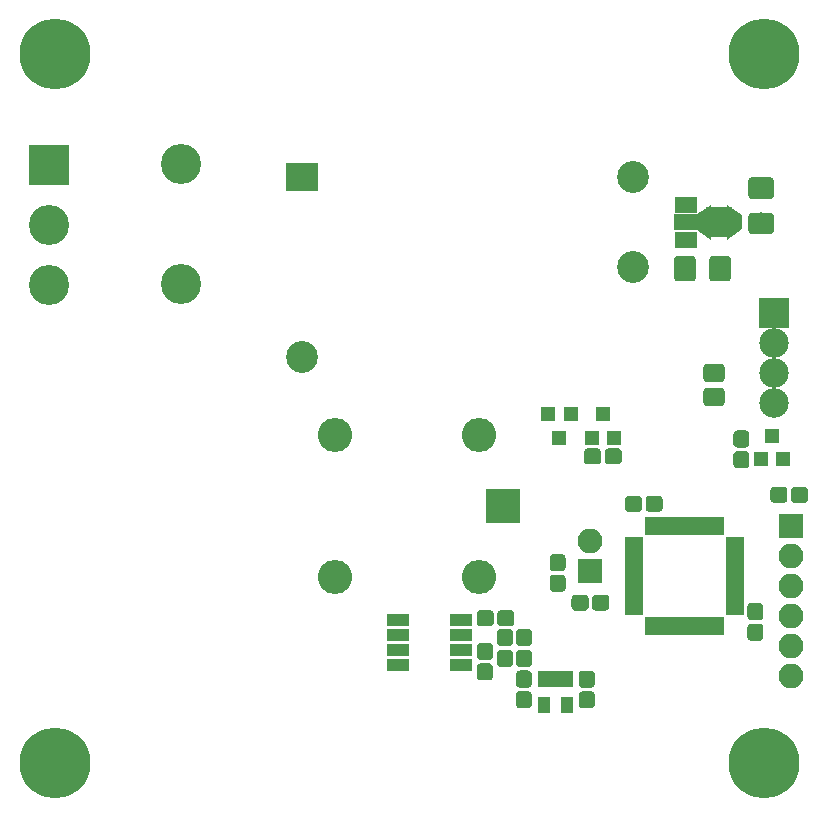
<source format=gts>
G04 #@! TF.GenerationSoftware,KiCad,Pcbnew,(5.0.0)*
G04 #@! TF.CreationDate,2019-01-27T17:49:07+01:00*
G04 #@! TF.ProjectId,HeaterControlIndication,486561746572436F6E74726F6C496E64,rev?*
G04 #@! TF.SameCoordinates,Original*
G04 #@! TF.FileFunction,Soldermask,Top*
G04 #@! TF.FilePolarity,Negative*
%FSLAX46Y46*%
G04 Gerber Fmt 4.6, Leading zero omitted, Abs format (unit mm)*
G04 Created by KiCad (PCBNEW (5.0.0)) date 01/27/19 17:49:07*
%MOMM*%
%LPD*%
G01*
G04 APERTURE LIST*
%ADD10C,0.100000*%
%ADD11C,1.825000*%
%ADD12C,1.350000*%
%ADD13R,1.200000X1.300000*%
%ADD14C,3.400000*%
%ADD15R,2.500000X2.500000*%
%ADD16C,2.500000*%
%ADD17R,3.400000X3.400000*%
%ADD18R,2.100000X2.100000*%
%ADD19O,2.100000X2.100000*%
%ADD20R,2.900000X2.900000*%
%ADD21O,2.900000X2.900000*%
%ADD22C,6.000000*%
%ADD23C,2.700000*%
%ADD24R,2.700000X2.400000*%
%ADD25C,1.550000*%
%ADD26C,1.250000*%
%ADD27R,1.900000X1.400000*%
%ADD28R,2.200000X1.400000*%
%ADD29R,2.240000X2.600000*%
%ADD30C,1.400000*%
%ADD31R,1.600000X1.000000*%
%ADD32R,1.000000X1.600000*%
%ADD33R,1.950000X1.000000*%
%ADD34R,1.050000X1.460000*%
G04 APERTURE END LIST*
D10*
G04 #@! TO.C,C1*
G36*
X180479207Y-73275842D02*
X180510287Y-73280452D01*
X180540766Y-73288087D01*
X180570350Y-73298672D01*
X180598754Y-73312106D01*
X180625704Y-73328259D01*
X180650942Y-73346977D01*
X180674223Y-73368077D01*
X180695323Y-73391358D01*
X180714041Y-73416596D01*
X180730194Y-73443546D01*
X180743628Y-73471950D01*
X180754213Y-73501534D01*
X180761848Y-73532013D01*
X180766458Y-73563093D01*
X180768000Y-73594476D01*
X180768000Y-74779124D01*
X180766458Y-74810507D01*
X180761848Y-74841587D01*
X180754213Y-74872066D01*
X180743628Y-74901650D01*
X180730194Y-74930054D01*
X180714041Y-74957004D01*
X180695323Y-74982242D01*
X180674223Y-75005523D01*
X180650942Y-75026623D01*
X180625704Y-75045341D01*
X180598754Y-75061494D01*
X180570350Y-75074928D01*
X180540766Y-75085513D01*
X180510287Y-75093148D01*
X180479207Y-75097758D01*
X180447824Y-75099300D01*
X178938176Y-75099300D01*
X178906793Y-75097758D01*
X178875713Y-75093148D01*
X178845234Y-75085513D01*
X178815650Y-75074928D01*
X178787246Y-75061494D01*
X178760296Y-75045341D01*
X178735058Y-75026623D01*
X178711777Y-75005523D01*
X178690677Y-74982242D01*
X178671959Y-74957004D01*
X178655806Y-74930054D01*
X178642372Y-74901650D01*
X178631787Y-74872066D01*
X178624152Y-74841587D01*
X178619542Y-74810507D01*
X178618000Y-74779124D01*
X178618000Y-73594476D01*
X178619542Y-73563093D01*
X178624152Y-73532013D01*
X178631787Y-73501534D01*
X178642372Y-73471950D01*
X178655806Y-73443546D01*
X178671959Y-73416596D01*
X178690677Y-73391358D01*
X178711777Y-73368077D01*
X178735058Y-73346977D01*
X178760296Y-73328259D01*
X178787246Y-73312106D01*
X178815650Y-73298672D01*
X178845234Y-73288087D01*
X178875713Y-73280452D01*
X178906793Y-73275842D01*
X178938176Y-73274300D01*
X180447824Y-73274300D01*
X180479207Y-73275842D01*
X180479207Y-73275842D01*
G37*
D11*
X179693000Y-74186800D03*
D10*
G36*
X180479207Y-76250842D02*
X180510287Y-76255452D01*
X180540766Y-76263087D01*
X180570350Y-76273672D01*
X180598754Y-76287106D01*
X180625704Y-76303259D01*
X180650942Y-76321977D01*
X180674223Y-76343077D01*
X180695323Y-76366358D01*
X180714041Y-76391596D01*
X180730194Y-76418546D01*
X180743628Y-76446950D01*
X180754213Y-76476534D01*
X180761848Y-76507013D01*
X180766458Y-76538093D01*
X180768000Y-76569476D01*
X180768000Y-77754124D01*
X180766458Y-77785507D01*
X180761848Y-77816587D01*
X180754213Y-77847066D01*
X180743628Y-77876650D01*
X180730194Y-77905054D01*
X180714041Y-77932004D01*
X180695323Y-77957242D01*
X180674223Y-77980523D01*
X180650942Y-78001623D01*
X180625704Y-78020341D01*
X180598754Y-78036494D01*
X180570350Y-78049928D01*
X180540766Y-78060513D01*
X180510287Y-78068148D01*
X180479207Y-78072758D01*
X180447824Y-78074300D01*
X178938176Y-78074300D01*
X178906793Y-78072758D01*
X178875713Y-78068148D01*
X178845234Y-78060513D01*
X178815650Y-78049928D01*
X178787246Y-78036494D01*
X178760296Y-78020341D01*
X178735058Y-78001623D01*
X178711777Y-77980523D01*
X178690677Y-77957242D01*
X178671959Y-77932004D01*
X178655806Y-77905054D01*
X178642372Y-77876650D01*
X178631787Y-77847066D01*
X178624152Y-77816587D01*
X178619542Y-77785507D01*
X178618000Y-77754124D01*
X178618000Y-76569476D01*
X178619542Y-76538093D01*
X178624152Y-76507013D01*
X178631787Y-76476534D01*
X178642372Y-76446950D01*
X178655806Y-76418546D01*
X178671959Y-76391596D01*
X178690677Y-76366358D01*
X178711777Y-76343077D01*
X178735058Y-76321977D01*
X178760296Y-76303259D01*
X178787246Y-76287106D01*
X178815650Y-76273672D01*
X178845234Y-76263087D01*
X178875713Y-76255452D01*
X178906793Y-76250842D01*
X178938176Y-76249300D01*
X180447824Y-76249300D01*
X180479207Y-76250842D01*
X180479207Y-76250842D01*
G37*
D11*
X179693000Y-77161800D03*
G04 #@! TD*
D10*
G04 #@! TO.C,C2*
G36*
X173876207Y-79934842D02*
X173907287Y-79939452D01*
X173937766Y-79947087D01*
X173967350Y-79957672D01*
X173995754Y-79971106D01*
X174022704Y-79987259D01*
X174047942Y-80005977D01*
X174071223Y-80027077D01*
X174092323Y-80050358D01*
X174111041Y-80075596D01*
X174127194Y-80102546D01*
X174140628Y-80130950D01*
X174151213Y-80160534D01*
X174158848Y-80191013D01*
X174163458Y-80222093D01*
X174165000Y-80253476D01*
X174165000Y-81763124D01*
X174163458Y-81794507D01*
X174158848Y-81825587D01*
X174151213Y-81856066D01*
X174140628Y-81885650D01*
X174127194Y-81914054D01*
X174111041Y-81941004D01*
X174092323Y-81966242D01*
X174071223Y-81989523D01*
X174047942Y-82010623D01*
X174022704Y-82029341D01*
X173995754Y-82045494D01*
X173967350Y-82058928D01*
X173937766Y-82069513D01*
X173907287Y-82077148D01*
X173876207Y-82081758D01*
X173844824Y-82083300D01*
X172660176Y-82083300D01*
X172628793Y-82081758D01*
X172597713Y-82077148D01*
X172567234Y-82069513D01*
X172537650Y-82058928D01*
X172509246Y-82045494D01*
X172482296Y-82029341D01*
X172457058Y-82010623D01*
X172433777Y-81989523D01*
X172412677Y-81966242D01*
X172393959Y-81941004D01*
X172377806Y-81914054D01*
X172364372Y-81885650D01*
X172353787Y-81856066D01*
X172346152Y-81825587D01*
X172341542Y-81794507D01*
X172340000Y-81763124D01*
X172340000Y-80253476D01*
X172341542Y-80222093D01*
X172346152Y-80191013D01*
X172353787Y-80160534D01*
X172364372Y-80130950D01*
X172377806Y-80102546D01*
X172393959Y-80075596D01*
X172412677Y-80050358D01*
X172433777Y-80027077D01*
X172457058Y-80005977D01*
X172482296Y-79987259D01*
X172509246Y-79971106D01*
X172537650Y-79957672D01*
X172567234Y-79947087D01*
X172597713Y-79939452D01*
X172628793Y-79934842D01*
X172660176Y-79933300D01*
X173844824Y-79933300D01*
X173876207Y-79934842D01*
X173876207Y-79934842D01*
G37*
D11*
X173252500Y-81008300D03*
D10*
G36*
X176851207Y-79934842D02*
X176882287Y-79939452D01*
X176912766Y-79947087D01*
X176942350Y-79957672D01*
X176970754Y-79971106D01*
X176997704Y-79987259D01*
X177022942Y-80005977D01*
X177046223Y-80027077D01*
X177067323Y-80050358D01*
X177086041Y-80075596D01*
X177102194Y-80102546D01*
X177115628Y-80130950D01*
X177126213Y-80160534D01*
X177133848Y-80191013D01*
X177138458Y-80222093D01*
X177140000Y-80253476D01*
X177140000Y-81763124D01*
X177138458Y-81794507D01*
X177133848Y-81825587D01*
X177126213Y-81856066D01*
X177115628Y-81885650D01*
X177102194Y-81914054D01*
X177086041Y-81941004D01*
X177067323Y-81966242D01*
X177046223Y-81989523D01*
X177022942Y-82010623D01*
X176997704Y-82029341D01*
X176970754Y-82045494D01*
X176942350Y-82058928D01*
X176912766Y-82069513D01*
X176882287Y-82077148D01*
X176851207Y-82081758D01*
X176819824Y-82083300D01*
X175635176Y-82083300D01*
X175603793Y-82081758D01*
X175572713Y-82077148D01*
X175542234Y-82069513D01*
X175512650Y-82058928D01*
X175484246Y-82045494D01*
X175457296Y-82029341D01*
X175432058Y-82010623D01*
X175408777Y-81989523D01*
X175387677Y-81966242D01*
X175368959Y-81941004D01*
X175352806Y-81914054D01*
X175339372Y-81885650D01*
X175328787Y-81856066D01*
X175321152Y-81825587D01*
X175316542Y-81794507D01*
X175315000Y-81763124D01*
X175315000Y-80253476D01*
X175316542Y-80222093D01*
X175321152Y-80191013D01*
X175328787Y-80160534D01*
X175339372Y-80130950D01*
X175352806Y-80102546D01*
X175368959Y-80075596D01*
X175387677Y-80050358D01*
X175408777Y-80027077D01*
X175432058Y-80005977D01*
X175457296Y-79987259D01*
X175484246Y-79971106D01*
X175512650Y-79957672D01*
X175542234Y-79947087D01*
X175572713Y-79939452D01*
X175603793Y-79934842D01*
X175635176Y-79933300D01*
X176819824Y-79933300D01*
X176851207Y-79934842D01*
X176851207Y-79934842D01*
G37*
D11*
X176227500Y-81008300D03*
G04 #@! TD*
D10*
G04 #@! TO.C,C3*
G36*
X165308681Y-116784725D02*
X165341443Y-116789585D01*
X165373571Y-116797633D01*
X165404756Y-116808791D01*
X165434696Y-116822952D01*
X165463105Y-116839979D01*
X165489708Y-116859709D01*
X165514249Y-116881951D01*
X165536491Y-116906492D01*
X165556221Y-116933095D01*
X165573248Y-116961504D01*
X165587409Y-116991444D01*
X165598567Y-117022629D01*
X165606615Y-117054757D01*
X165611475Y-117087519D01*
X165613100Y-117120600D01*
X165613100Y-117895600D01*
X165611475Y-117928681D01*
X165606615Y-117961443D01*
X165598567Y-117993571D01*
X165587409Y-118024756D01*
X165573248Y-118054696D01*
X165556221Y-118083105D01*
X165536491Y-118109708D01*
X165514249Y-118134249D01*
X165489708Y-118156491D01*
X165463105Y-118176221D01*
X165434696Y-118193248D01*
X165404756Y-118207409D01*
X165373571Y-118218567D01*
X165341443Y-118226615D01*
X165308681Y-118231475D01*
X165275600Y-118233100D01*
X164600600Y-118233100D01*
X164567519Y-118231475D01*
X164534757Y-118226615D01*
X164502629Y-118218567D01*
X164471444Y-118207409D01*
X164441504Y-118193248D01*
X164413095Y-118176221D01*
X164386492Y-118156491D01*
X164361951Y-118134249D01*
X164339709Y-118109708D01*
X164319979Y-118083105D01*
X164302952Y-118054696D01*
X164288791Y-118024756D01*
X164277633Y-117993571D01*
X164269585Y-117961443D01*
X164264725Y-117928681D01*
X164263100Y-117895600D01*
X164263100Y-117120600D01*
X164264725Y-117087519D01*
X164269585Y-117054757D01*
X164277633Y-117022629D01*
X164288791Y-116991444D01*
X164302952Y-116961504D01*
X164319979Y-116933095D01*
X164339709Y-116906492D01*
X164361951Y-116881951D01*
X164386492Y-116859709D01*
X164413095Y-116839979D01*
X164441504Y-116822952D01*
X164471444Y-116808791D01*
X164502629Y-116797633D01*
X164534757Y-116789585D01*
X164567519Y-116784725D01*
X164600600Y-116783100D01*
X165275600Y-116783100D01*
X165308681Y-116784725D01*
X165308681Y-116784725D01*
G37*
D12*
X164938100Y-117508100D03*
D10*
G36*
X165308681Y-115034725D02*
X165341443Y-115039585D01*
X165373571Y-115047633D01*
X165404756Y-115058791D01*
X165434696Y-115072952D01*
X165463105Y-115089979D01*
X165489708Y-115109709D01*
X165514249Y-115131951D01*
X165536491Y-115156492D01*
X165556221Y-115183095D01*
X165573248Y-115211504D01*
X165587409Y-115241444D01*
X165598567Y-115272629D01*
X165606615Y-115304757D01*
X165611475Y-115337519D01*
X165613100Y-115370600D01*
X165613100Y-116145600D01*
X165611475Y-116178681D01*
X165606615Y-116211443D01*
X165598567Y-116243571D01*
X165587409Y-116274756D01*
X165573248Y-116304696D01*
X165556221Y-116333105D01*
X165536491Y-116359708D01*
X165514249Y-116384249D01*
X165489708Y-116406491D01*
X165463105Y-116426221D01*
X165434696Y-116443248D01*
X165404756Y-116457409D01*
X165373571Y-116468567D01*
X165341443Y-116476615D01*
X165308681Y-116481475D01*
X165275600Y-116483100D01*
X164600600Y-116483100D01*
X164567519Y-116481475D01*
X164534757Y-116476615D01*
X164502629Y-116468567D01*
X164471444Y-116457409D01*
X164441504Y-116443248D01*
X164413095Y-116426221D01*
X164386492Y-116406491D01*
X164361951Y-116384249D01*
X164339709Y-116359708D01*
X164319979Y-116333105D01*
X164302952Y-116304696D01*
X164288791Y-116274756D01*
X164277633Y-116243571D01*
X164269585Y-116211443D01*
X164264725Y-116178681D01*
X164263100Y-116145600D01*
X164263100Y-115370600D01*
X164264725Y-115337519D01*
X164269585Y-115304757D01*
X164277633Y-115272629D01*
X164288791Y-115241444D01*
X164302952Y-115211504D01*
X164319979Y-115183095D01*
X164339709Y-115156492D01*
X164361951Y-115131951D01*
X164386492Y-115109709D01*
X164413095Y-115089979D01*
X164441504Y-115072952D01*
X164471444Y-115058791D01*
X164502629Y-115047633D01*
X164534757Y-115039585D01*
X164567519Y-115034725D01*
X164600600Y-115033100D01*
X165275600Y-115033100D01*
X165308681Y-115034725D01*
X165308681Y-115034725D01*
G37*
D12*
X164938100Y-115758100D03*
G04 #@! TD*
D10*
G04 #@! TO.C,C4*
G36*
X169307141Y-100234585D02*
X169339903Y-100239445D01*
X169372031Y-100247493D01*
X169403216Y-100258651D01*
X169433156Y-100272812D01*
X169461565Y-100289839D01*
X169488168Y-100309569D01*
X169512709Y-100331811D01*
X169534951Y-100356352D01*
X169554681Y-100382955D01*
X169571708Y-100411364D01*
X169585869Y-100441304D01*
X169597027Y-100472489D01*
X169605075Y-100504617D01*
X169609935Y-100537379D01*
X169611560Y-100570460D01*
X169611560Y-101245460D01*
X169609935Y-101278541D01*
X169605075Y-101311303D01*
X169597027Y-101343431D01*
X169585869Y-101374616D01*
X169571708Y-101404556D01*
X169554681Y-101432965D01*
X169534951Y-101459568D01*
X169512709Y-101484109D01*
X169488168Y-101506351D01*
X169461565Y-101526081D01*
X169433156Y-101543108D01*
X169403216Y-101557269D01*
X169372031Y-101568427D01*
X169339903Y-101576475D01*
X169307141Y-101581335D01*
X169274060Y-101582960D01*
X168499060Y-101582960D01*
X168465979Y-101581335D01*
X168433217Y-101576475D01*
X168401089Y-101568427D01*
X168369904Y-101557269D01*
X168339964Y-101543108D01*
X168311555Y-101526081D01*
X168284952Y-101506351D01*
X168260411Y-101484109D01*
X168238169Y-101459568D01*
X168218439Y-101432965D01*
X168201412Y-101404556D01*
X168187251Y-101374616D01*
X168176093Y-101343431D01*
X168168045Y-101311303D01*
X168163185Y-101278541D01*
X168161560Y-101245460D01*
X168161560Y-100570460D01*
X168163185Y-100537379D01*
X168168045Y-100504617D01*
X168176093Y-100472489D01*
X168187251Y-100441304D01*
X168201412Y-100411364D01*
X168218439Y-100382955D01*
X168238169Y-100356352D01*
X168260411Y-100331811D01*
X168284952Y-100309569D01*
X168311555Y-100289839D01*
X168339964Y-100272812D01*
X168369904Y-100258651D01*
X168401089Y-100247493D01*
X168433217Y-100239445D01*
X168465979Y-100234585D01*
X168499060Y-100232960D01*
X169274060Y-100232960D01*
X169307141Y-100234585D01*
X169307141Y-100234585D01*
G37*
D12*
X168886560Y-100907960D03*
D10*
G36*
X171057141Y-100234585D02*
X171089903Y-100239445D01*
X171122031Y-100247493D01*
X171153216Y-100258651D01*
X171183156Y-100272812D01*
X171211565Y-100289839D01*
X171238168Y-100309569D01*
X171262709Y-100331811D01*
X171284951Y-100356352D01*
X171304681Y-100382955D01*
X171321708Y-100411364D01*
X171335869Y-100441304D01*
X171347027Y-100472489D01*
X171355075Y-100504617D01*
X171359935Y-100537379D01*
X171361560Y-100570460D01*
X171361560Y-101245460D01*
X171359935Y-101278541D01*
X171355075Y-101311303D01*
X171347027Y-101343431D01*
X171335869Y-101374616D01*
X171321708Y-101404556D01*
X171304681Y-101432965D01*
X171284951Y-101459568D01*
X171262709Y-101484109D01*
X171238168Y-101506351D01*
X171211565Y-101526081D01*
X171183156Y-101543108D01*
X171153216Y-101557269D01*
X171122031Y-101568427D01*
X171089903Y-101576475D01*
X171057141Y-101581335D01*
X171024060Y-101582960D01*
X170249060Y-101582960D01*
X170215979Y-101581335D01*
X170183217Y-101576475D01*
X170151089Y-101568427D01*
X170119904Y-101557269D01*
X170089964Y-101543108D01*
X170061555Y-101526081D01*
X170034952Y-101506351D01*
X170010411Y-101484109D01*
X169988169Y-101459568D01*
X169968439Y-101432965D01*
X169951412Y-101404556D01*
X169937251Y-101374616D01*
X169926093Y-101343431D01*
X169918045Y-101311303D01*
X169913185Y-101278541D01*
X169911560Y-101245460D01*
X169911560Y-100570460D01*
X169913185Y-100537379D01*
X169918045Y-100504617D01*
X169926093Y-100472489D01*
X169937251Y-100441304D01*
X169951412Y-100411364D01*
X169968439Y-100382955D01*
X169988169Y-100356352D01*
X170010411Y-100331811D01*
X170034952Y-100309569D01*
X170061555Y-100289839D01*
X170089964Y-100272812D01*
X170119904Y-100258651D01*
X170151089Y-100247493D01*
X170183217Y-100239445D01*
X170215979Y-100234585D01*
X170249060Y-100232960D01*
X171024060Y-100232960D01*
X171057141Y-100234585D01*
X171057141Y-100234585D01*
G37*
D12*
X170636560Y-100907960D03*
G04 #@! TD*
D10*
G04 #@! TO.C,C5*
G36*
X164789781Y-108606425D02*
X164822543Y-108611285D01*
X164854671Y-108619333D01*
X164885856Y-108630491D01*
X164915796Y-108644652D01*
X164944205Y-108661679D01*
X164970808Y-108681409D01*
X164995349Y-108703651D01*
X165017591Y-108728192D01*
X165037321Y-108754795D01*
X165054348Y-108783204D01*
X165068509Y-108813144D01*
X165079667Y-108844329D01*
X165087715Y-108876457D01*
X165092575Y-108909219D01*
X165094200Y-108942300D01*
X165094200Y-109617300D01*
X165092575Y-109650381D01*
X165087715Y-109683143D01*
X165079667Y-109715271D01*
X165068509Y-109746456D01*
X165054348Y-109776396D01*
X165037321Y-109804805D01*
X165017591Y-109831408D01*
X164995349Y-109855949D01*
X164970808Y-109878191D01*
X164944205Y-109897921D01*
X164915796Y-109914948D01*
X164885856Y-109929109D01*
X164854671Y-109940267D01*
X164822543Y-109948315D01*
X164789781Y-109953175D01*
X164756700Y-109954800D01*
X163981700Y-109954800D01*
X163948619Y-109953175D01*
X163915857Y-109948315D01*
X163883729Y-109940267D01*
X163852544Y-109929109D01*
X163822604Y-109914948D01*
X163794195Y-109897921D01*
X163767592Y-109878191D01*
X163743051Y-109855949D01*
X163720809Y-109831408D01*
X163701079Y-109804805D01*
X163684052Y-109776396D01*
X163669891Y-109746456D01*
X163658733Y-109715271D01*
X163650685Y-109683143D01*
X163645825Y-109650381D01*
X163644200Y-109617300D01*
X163644200Y-108942300D01*
X163645825Y-108909219D01*
X163650685Y-108876457D01*
X163658733Y-108844329D01*
X163669891Y-108813144D01*
X163684052Y-108783204D01*
X163701079Y-108754795D01*
X163720809Y-108728192D01*
X163743051Y-108703651D01*
X163767592Y-108681409D01*
X163794195Y-108661679D01*
X163822604Y-108644652D01*
X163852544Y-108630491D01*
X163883729Y-108619333D01*
X163915857Y-108611285D01*
X163948619Y-108606425D01*
X163981700Y-108604800D01*
X164756700Y-108604800D01*
X164789781Y-108606425D01*
X164789781Y-108606425D01*
G37*
D12*
X164369200Y-109279800D03*
D10*
G36*
X166539781Y-108606425D02*
X166572543Y-108611285D01*
X166604671Y-108619333D01*
X166635856Y-108630491D01*
X166665796Y-108644652D01*
X166694205Y-108661679D01*
X166720808Y-108681409D01*
X166745349Y-108703651D01*
X166767591Y-108728192D01*
X166787321Y-108754795D01*
X166804348Y-108783204D01*
X166818509Y-108813144D01*
X166829667Y-108844329D01*
X166837715Y-108876457D01*
X166842575Y-108909219D01*
X166844200Y-108942300D01*
X166844200Y-109617300D01*
X166842575Y-109650381D01*
X166837715Y-109683143D01*
X166829667Y-109715271D01*
X166818509Y-109746456D01*
X166804348Y-109776396D01*
X166787321Y-109804805D01*
X166767591Y-109831408D01*
X166745349Y-109855949D01*
X166720808Y-109878191D01*
X166694205Y-109897921D01*
X166665796Y-109914948D01*
X166635856Y-109929109D01*
X166604671Y-109940267D01*
X166572543Y-109948315D01*
X166539781Y-109953175D01*
X166506700Y-109954800D01*
X165731700Y-109954800D01*
X165698619Y-109953175D01*
X165665857Y-109948315D01*
X165633729Y-109940267D01*
X165602544Y-109929109D01*
X165572604Y-109914948D01*
X165544195Y-109897921D01*
X165517592Y-109878191D01*
X165493051Y-109855949D01*
X165470809Y-109831408D01*
X165451079Y-109804805D01*
X165434052Y-109776396D01*
X165419891Y-109746456D01*
X165408733Y-109715271D01*
X165400685Y-109683143D01*
X165395825Y-109650381D01*
X165394200Y-109617300D01*
X165394200Y-108942300D01*
X165395825Y-108909219D01*
X165400685Y-108876457D01*
X165408733Y-108844329D01*
X165419891Y-108813144D01*
X165434052Y-108783204D01*
X165451079Y-108754795D01*
X165470809Y-108728192D01*
X165493051Y-108703651D01*
X165517592Y-108681409D01*
X165544195Y-108661679D01*
X165572604Y-108644652D01*
X165602544Y-108630491D01*
X165633729Y-108619333D01*
X165665857Y-108611285D01*
X165698619Y-108606425D01*
X165731700Y-108604800D01*
X166506700Y-108604800D01*
X166539781Y-108606425D01*
X166539781Y-108606425D01*
G37*
D12*
X166119200Y-109279800D03*
G04 #@! TD*
D10*
G04 #@! TO.C,C6*
G36*
X158509581Y-109925925D02*
X158542343Y-109930785D01*
X158574471Y-109938833D01*
X158605656Y-109949991D01*
X158635596Y-109964152D01*
X158664005Y-109981179D01*
X158690608Y-110000909D01*
X158715149Y-110023151D01*
X158737391Y-110047692D01*
X158757121Y-110074295D01*
X158774148Y-110102704D01*
X158788309Y-110132644D01*
X158799467Y-110163829D01*
X158807515Y-110195957D01*
X158812375Y-110228719D01*
X158814000Y-110261800D01*
X158814000Y-110936800D01*
X158812375Y-110969881D01*
X158807515Y-111002643D01*
X158799467Y-111034771D01*
X158788309Y-111065956D01*
X158774148Y-111095896D01*
X158757121Y-111124305D01*
X158737391Y-111150908D01*
X158715149Y-111175449D01*
X158690608Y-111197691D01*
X158664005Y-111217421D01*
X158635596Y-111234448D01*
X158605656Y-111248609D01*
X158574471Y-111259767D01*
X158542343Y-111267815D01*
X158509581Y-111272675D01*
X158476500Y-111274300D01*
X157701500Y-111274300D01*
X157668419Y-111272675D01*
X157635657Y-111267815D01*
X157603529Y-111259767D01*
X157572344Y-111248609D01*
X157542404Y-111234448D01*
X157513995Y-111217421D01*
X157487392Y-111197691D01*
X157462851Y-111175449D01*
X157440609Y-111150908D01*
X157420879Y-111124305D01*
X157403852Y-111095896D01*
X157389691Y-111065956D01*
X157378533Y-111034771D01*
X157370485Y-111002643D01*
X157365625Y-110969881D01*
X157364000Y-110936800D01*
X157364000Y-110261800D01*
X157365625Y-110228719D01*
X157370485Y-110195957D01*
X157378533Y-110163829D01*
X157389691Y-110132644D01*
X157403852Y-110102704D01*
X157420879Y-110074295D01*
X157440609Y-110047692D01*
X157462851Y-110023151D01*
X157487392Y-110000909D01*
X157513995Y-109981179D01*
X157542404Y-109964152D01*
X157572344Y-109949991D01*
X157603529Y-109938833D01*
X157635657Y-109930785D01*
X157668419Y-109925925D01*
X157701500Y-109924300D01*
X158476500Y-109924300D01*
X158509581Y-109925925D01*
X158509581Y-109925925D01*
G37*
D12*
X158089000Y-110599300D03*
D10*
G36*
X156759581Y-109925925D02*
X156792343Y-109930785D01*
X156824471Y-109938833D01*
X156855656Y-109949991D01*
X156885596Y-109964152D01*
X156914005Y-109981179D01*
X156940608Y-110000909D01*
X156965149Y-110023151D01*
X156987391Y-110047692D01*
X157007121Y-110074295D01*
X157024148Y-110102704D01*
X157038309Y-110132644D01*
X157049467Y-110163829D01*
X157057515Y-110195957D01*
X157062375Y-110228719D01*
X157064000Y-110261800D01*
X157064000Y-110936800D01*
X157062375Y-110969881D01*
X157057515Y-111002643D01*
X157049467Y-111034771D01*
X157038309Y-111065956D01*
X157024148Y-111095896D01*
X157007121Y-111124305D01*
X156987391Y-111150908D01*
X156965149Y-111175449D01*
X156940608Y-111197691D01*
X156914005Y-111217421D01*
X156885596Y-111234448D01*
X156855656Y-111248609D01*
X156824471Y-111259767D01*
X156792343Y-111267815D01*
X156759581Y-111272675D01*
X156726500Y-111274300D01*
X155951500Y-111274300D01*
X155918419Y-111272675D01*
X155885657Y-111267815D01*
X155853529Y-111259767D01*
X155822344Y-111248609D01*
X155792404Y-111234448D01*
X155763995Y-111217421D01*
X155737392Y-111197691D01*
X155712851Y-111175449D01*
X155690609Y-111150908D01*
X155670879Y-111124305D01*
X155653852Y-111095896D01*
X155639691Y-111065956D01*
X155628533Y-111034771D01*
X155620485Y-111002643D01*
X155615625Y-110969881D01*
X155614000Y-110936800D01*
X155614000Y-110261800D01*
X155615625Y-110228719D01*
X155620485Y-110195957D01*
X155628533Y-110163829D01*
X155639691Y-110132644D01*
X155653852Y-110102704D01*
X155670879Y-110074295D01*
X155690609Y-110047692D01*
X155712851Y-110023151D01*
X155737392Y-110000909D01*
X155763995Y-109981179D01*
X155792404Y-109964152D01*
X155822344Y-109949991D01*
X155853529Y-109938833D01*
X155885657Y-109930785D01*
X155918419Y-109925925D01*
X155951500Y-109924300D01*
X156726500Y-109924300D01*
X156759581Y-109925925D01*
X156759581Y-109925925D01*
G37*
D12*
X156339000Y-110599300D03*
G04 #@! TD*
D10*
G04 #@! TO.C,C7*
G36*
X181621061Y-99467505D02*
X181653823Y-99472365D01*
X181685951Y-99480413D01*
X181717136Y-99491571D01*
X181747076Y-99505732D01*
X181775485Y-99522759D01*
X181802088Y-99542489D01*
X181826629Y-99564731D01*
X181848871Y-99589272D01*
X181868601Y-99615875D01*
X181885628Y-99644284D01*
X181899789Y-99674224D01*
X181910947Y-99705409D01*
X181918995Y-99737537D01*
X181923855Y-99770299D01*
X181925480Y-99803380D01*
X181925480Y-100478380D01*
X181923855Y-100511461D01*
X181918995Y-100544223D01*
X181910947Y-100576351D01*
X181899789Y-100607536D01*
X181885628Y-100637476D01*
X181868601Y-100665885D01*
X181848871Y-100692488D01*
X181826629Y-100717029D01*
X181802088Y-100739271D01*
X181775485Y-100759001D01*
X181747076Y-100776028D01*
X181717136Y-100790189D01*
X181685951Y-100801347D01*
X181653823Y-100809395D01*
X181621061Y-100814255D01*
X181587980Y-100815880D01*
X180812980Y-100815880D01*
X180779899Y-100814255D01*
X180747137Y-100809395D01*
X180715009Y-100801347D01*
X180683824Y-100790189D01*
X180653884Y-100776028D01*
X180625475Y-100759001D01*
X180598872Y-100739271D01*
X180574331Y-100717029D01*
X180552089Y-100692488D01*
X180532359Y-100665885D01*
X180515332Y-100637476D01*
X180501171Y-100607536D01*
X180490013Y-100576351D01*
X180481965Y-100544223D01*
X180477105Y-100511461D01*
X180475480Y-100478380D01*
X180475480Y-99803380D01*
X180477105Y-99770299D01*
X180481965Y-99737537D01*
X180490013Y-99705409D01*
X180501171Y-99674224D01*
X180515332Y-99644284D01*
X180532359Y-99615875D01*
X180552089Y-99589272D01*
X180574331Y-99564731D01*
X180598872Y-99542489D01*
X180625475Y-99522759D01*
X180653884Y-99505732D01*
X180683824Y-99491571D01*
X180715009Y-99480413D01*
X180747137Y-99472365D01*
X180779899Y-99467505D01*
X180812980Y-99465880D01*
X181587980Y-99465880D01*
X181621061Y-99467505D01*
X181621061Y-99467505D01*
G37*
D12*
X181200480Y-100140880D03*
D10*
G36*
X183371061Y-99467505D02*
X183403823Y-99472365D01*
X183435951Y-99480413D01*
X183467136Y-99491571D01*
X183497076Y-99505732D01*
X183525485Y-99522759D01*
X183552088Y-99542489D01*
X183576629Y-99564731D01*
X183598871Y-99589272D01*
X183618601Y-99615875D01*
X183635628Y-99644284D01*
X183649789Y-99674224D01*
X183660947Y-99705409D01*
X183668995Y-99737537D01*
X183673855Y-99770299D01*
X183675480Y-99803380D01*
X183675480Y-100478380D01*
X183673855Y-100511461D01*
X183668995Y-100544223D01*
X183660947Y-100576351D01*
X183649789Y-100607536D01*
X183635628Y-100637476D01*
X183618601Y-100665885D01*
X183598871Y-100692488D01*
X183576629Y-100717029D01*
X183552088Y-100739271D01*
X183525485Y-100759001D01*
X183497076Y-100776028D01*
X183467136Y-100790189D01*
X183435951Y-100801347D01*
X183403823Y-100809395D01*
X183371061Y-100814255D01*
X183337980Y-100815880D01*
X182562980Y-100815880D01*
X182529899Y-100814255D01*
X182497137Y-100809395D01*
X182465009Y-100801347D01*
X182433824Y-100790189D01*
X182403884Y-100776028D01*
X182375475Y-100759001D01*
X182348872Y-100739271D01*
X182324331Y-100717029D01*
X182302089Y-100692488D01*
X182282359Y-100665885D01*
X182265332Y-100637476D01*
X182251171Y-100607536D01*
X182240013Y-100576351D01*
X182231965Y-100544223D01*
X182227105Y-100511461D01*
X182225480Y-100478380D01*
X182225480Y-99803380D01*
X182227105Y-99770299D01*
X182231965Y-99737537D01*
X182240013Y-99705409D01*
X182251171Y-99674224D01*
X182265332Y-99644284D01*
X182282359Y-99615875D01*
X182302089Y-99589272D01*
X182324331Y-99564731D01*
X182348872Y-99542489D01*
X182375475Y-99522759D01*
X182403884Y-99505732D01*
X182433824Y-99491571D01*
X182465009Y-99480413D01*
X182497137Y-99472365D01*
X182529899Y-99467505D01*
X182562980Y-99465880D01*
X183337980Y-99465880D01*
X183371061Y-99467505D01*
X183371061Y-99467505D01*
G37*
D12*
X182950480Y-100140880D03*
G04 #@! TD*
D10*
G04 #@! TO.C,C8*
G36*
X179580941Y-111057025D02*
X179613703Y-111061885D01*
X179645831Y-111069933D01*
X179677016Y-111081091D01*
X179706956Y-111095252D01*
X179735365Y-111112279D01*
X179761968Y-111132009D01*
X179786509Y-111154251D01*
X179808751Y-111178792D01*
X179828481Y-111205395D01*
X179845508Y-111233804D01*
X179859669Y-111263744D01*
X179870827Y-111294929D01*
X179878875Y-111327057D01*
X179883735Y-111359819D01*
X179885360Y-111392900D01*
X179885360Y-112167900D01*
X179883735Y-112200981D01*
X179878875Y-112233743D01*
X179870827Y-112265871D01*
X179859669Y-112297056D01*
X179845508Y-112326996D01*
X179828481Y-112355405D01*
X179808751Y-112382008D01*
X179786509Y-112406549D01*
X179761968Y-112428791D01*
X179735365Y-112448521D01*
X179706956Y-112465548D01*
X179677016Y-112479709D01*
X179645831Y-112490867D01*
X179613703Y-112498915D01*
X179580941Y-112503775D01*
X179547860Y-112505400D01*
X178872860Y-112505400D01*
X178839779Y-112503775D01*
X178807017Y-112498915D01*
X178774889Y-112490867D01*
X178743704Y-112479709D01*
X178713764Y-112465548D01*
X178685355Y-112448521D01*
X178658752Y-112428791D01*
X178634211Y-112406549D01*
X178611969Y-112382008D01*
X178592239Y-112355405D01*
X178575212Y-112326996D01*
X178561051Y-112297056D01*
X178549893Y-112265871D01*
X178541845Y-112233743D01*
X178536985Y-112200981D01*
X178535360Y-112167900D01*
X178535360Y-111392900D01*
X178536985Y-111359819D01*
X178541845Y-111327057D01*
X178549893Y-111294929D01*
X178561051Y-111263744D01*
X178575212Y-111233804D01*
X178592239Y-111205395D01*
X178611969Y-111178792D01*
X178634211Y-111154251D01*
X178658752Y-111132009D01*
X178685355Y-111112279D01*
X178713764Y-111095252D01*
X178743704Y-111081091D01*
X178774889Y-111069933D01*
X178807017Y-111061885D01*
X178839779Y-111057025D01*
X178872860Y-111055400D01*
X179547860Y-111055400D01*
X179580941Y-111057025D01*
X179580941Y-111057025D01*
G37*
D12*
X179210360Y-111780400D03*
D10*
G36*
X179580941Y-109307025D02*
X179613703Y-109311885D01*
X179645831Y-109319933D01*
X179677016Y-109331091D01*
X179706956Y-109345252D01*
X179735365Y-109362279D01*
X179761968Y-109382009D01*
X179786509Y-109404251D01*
X179808751Y-109428792D01*
X179828481Y-109455395D01*
X179845508Y-109483804D01*
X179859669Y-109513744D01*
X179870827Y-109544929D01*
X179878875Y-109577057D01*
X179883735Y-109609819D01*
X179885360Y-109642900D01*
X179885360Y-110417900D01*
X179883735Y-110450981D01*
X179878875Y-110483743D01*
X179870827Y-110515871D01*
X179859669Y-110547056D01*
X179845508Y-110576996D01*
X179828481Y-110605405D01*
X179808751Y-110632008D01*
X179786509Y-110656549D01*
X179761968Y-110678791D01*
X179735365Y-110698521D01*
X179706956Y-110715548D01*
X179677016Y-110729709D01*
X179645831Y-110740867D01*
X179613703Y-110748915D01*
X179580941Y-110753775D01*
X179547860Y-110755400D01*
X178872860Y-110755400D01*
X178839779Y-110753775D01*
X178807017Y-110748915D01*
X178774889Y-110740867D01*
X178743704Y-110729709D01*
X178713764Y-110715548D01*
X178685355Y-110698521D01*
X178658752Y-110678791D01*
X178634211Y-110656549D01*
X178611969Y-110632008D01*
X178592239Y-110605405D01*
X178575212Y-110576996D01*
X178561051Y-110547056D01*
X178549893Y-110515871D01*
X178541845Y-110483743D01*
X178536985Y-110450981D01*
X178535360Y-110417900D01*
X178535360Y-109642900D01*
X178536985Y-109609819D01*
X178541845Y-109577057D01*
X178549893Y-109544929D01*
X178561051Y-109513744D01*
X178575212Y-109483804D01*
X178592239Y-109455395D01*
X178611969Y-109428792D01*
X178634211Y-109404251D01*
X178658752Y-109382009D01*
X178685355Y-109362279D01*
X178713764Y-109345252D01*
X178743704Y-109331091D01*
X178774889Y-109319933D01*
X178807017Y-109311885D01*
X178839779Y-109307025D01*
X178872860Y-109305400D01*
X179547860Y-109305400D01*
X179580941Y-109307025D01*
X179580941Y-109307025D01*
G37*
D12*
X179210360Y-110030400D03*
G04 #@! TD*
D10*
G04 #@! TO.C,C9*
G36*
X156685381Y-114421225D02*
X156718143Y-114426085D01*
X156750271Y-114434133D01*
X156781456Y-114445291D01*
X156811396Y-114459452D01*
X156839805Y-114476479D01*
X156866408Y-114496209D01*
X156890949Y-114518451D01*
X156913191Y-114542992D01*
X156932921Y-114569595D01*
X156949948Y-114598004D01*
X156964109Y-114627944D01*
X156975267Y-114659129D01*
X156983315Y-114691257D01*
X156988175Y-114724019D01*
X156989800Y-114757100D01*
X156989800Y-115532100D01*
X156988175Y-115565181D01*
X156983315Y-115597943D01*
X156975267Y-115630071D01*
X156964109Y-115661256D01*
X156949948Y-115691196D01*
X156932921Y-115719605D01*
X156913191Y-115746208D01*
X156890949Y-115770749D01*
X156866408Y-115792991D01*
X156839805Y-115812721D01*
X156811396Y-115829748D01*
X156781456Y-115843909D01*
X156750271Y-115855067D01*
X156718143Y-115863115D01*
X156685381Y-115867975D01*
X156652300Y-115869600D01*
X155977300Y-115869600D01*
X155944219Y-115867975D01*
X155911457Y-115863115D01*
X155879329Y-115855067D01*
X155848144Y-115843909D01*
X155818204Y-115829748D01*
X155789795Y-115812721D01*
X155763192Y-115792991D01*
X155738651Y-115770749D01*
X155716409Y-115746208D01*
X155696679Y-115719605D01*
X155679652Y-115691196D01*
X155665491Y-115661256D01*
X155654333Y-115630071D01*
X155646285Y-115597943D01*
X155641425Y-115565181D01*
X155639800Y-115532100D01*
X155639800Y-114757100D01*
X155641425Y-114724019D01*
X155646285Y-114691257D01*
X155654333Y-114659129D01*
X155665491Y-114627944D01*
X155679652Y-114598004D01*
X155696679Y-114569595D01*
X155716409Y-114542992D01*
X155738651Y-114518451D01*
X155763192Y-114496209D01*
X155789795Y-114476479D01*
X155818204Y-114459452D01*
X155848144Y-114445291D01*
X155879329Y-114434133D01*
X155911457Y-114426085D01*
X155944219Y-114421225D01*
X155977300Y-114419600D01*
X156652300Y-114419600D01*
X156685381Y-114421225D01*
X156685381Y-114421225D01*
G37*
D12*
X156314800Y-115144600D03*
D10*
G36*
X156685381Y-112671225D02*
X156718143Y-112676085D01*
X156750271Y-112684133D01*
X156781456Y-112695291D01*
X156811396Y-112709452D01*
X156839805Y-112726479D01*
X156866408Y-112746209D01*
X156890949Y-112768451D01*
X156913191Y-112792992D01*
X156932921Y-112819595D01*
X156949948Y-112848004D01*
X156964109Y-112877944D01*
X156975267Y-112909129D01*
X156983315Y-112941257D01*
X156988175Y-112974019D01*
X156989800Y-113007100D01*
X156989800Y-113782100D01*
X156988175Y-113815181D01*
X156983315Y-113847943D01*
X156975267Y-113880071D01*
X156964109Y-113911256D01*
X156949948Y-113941196D01*
X156932921Y-113969605D01*
X156913191Y-113996208D01*
X156890949Y-114020749D01*
X156866408Y-114042991D01*
X156839805Y-114062721D01*
X156811396Y-114079748D01*
X156781456Y-114093909D01*
X156750271Y-114105067D01*
X156718143Y-114113115D01*
X156685381Y-114117975D01*
X156652300Y-114119600D01*
X155977300Y-114119600D01*
X155944219Y-114117975D01*
X155911457Y-114113115D01*
X155879329Y-114105067D01*
X155848144Y-114093909D01*
X155818204Y-114079748D01*
X155789795Y-114062721D01*
X155763192Y-114042991D01*
X155738651Y-114020749D01*
X155716409Y-113996208D01*
X155696679Y-113969605D01*
X155679652Y-113941196D01*
X155665491Y-113911256D01*
X155654333Y-113880071D01*
X155646285Y-113847943D01*
X155641425Y-113815181D01*
X155639800Y-113782100D01*
X155639800Y-113007100D01*
X155641425Y-112974019D01*
X155646285Y-112941257D01*
X155654333Y-112909129D01*
X155665491Y-112877944D01*
X155679652Y-112848004D01*
X155696679Y-112819595D01*
X155716409Y-112792992D01*
X155738651Y-112768451D01*
X155763192Y-112746209D01*
X155789795Y-112726479D01*
X155818204Y-112709452D01*
X155848144Y-112695291D01*
X155879329Y-112684133D01*
X155911457Y-112676085D01*
X155944219Y-112671225D01*
X155977300Y-112669600D01*
X156652300Y-112669600D01*
X156685381Y-112671225D01*
X156685381Y-112671225D01*
G37*
D12*
X156314800Y-113394600D03*
G04 #@! TD*
D10*
G04 #@! TO.C,C10*
G36*
X159987381Y-116772025D02*
X160020143Y-116776885D01*
X160052271Y-116784933D01*
X160083456Y-116796091D01*
X160113396Y-116810252D01*
X160141805Y-116827279D01*
X160168408Y-116847009D01*
X160192949Y-116869251D01*
X160215191Y-116893792D01*
X160234921Y-116920395D01*
X160251948Y-116948804D01*
X160266109Y-116978744D01*
X160277267Y-117009929D01*
X160285315Y-117042057D01*
X160290175Y-117074819D01*
X160291800Y-117107900D01*
X160291800Y-117882900D01*
X160290175Y-117915981D01*
X160285315Y-117948743D01*
X160277267Y-117980871D01*
X160266109Y-118012056D01*
X160251948Y-118041996D01*
X160234921Y-118070405D01*
X160215191Y-118097008D01*
X160192949Y-118121549D01*
X160168408Y-118143791D01*
X160141805Y-118163521D01*
X160113396Y-118180548D01*
X160083456Y-118194709D01*
X160052271Y-118205867D01*
X160020143Y-118213915D01*
X159987381Y-118218775D01*
X159954300Y-118220400D01*
X159279300Y-118220400D01*
X159246219Y-118218775D01*
X159213457Y-118213915D01*
X159181329Y-118205867D01*
X159150144Y-118194709D01*
X159120204Y-118180548D01*
X159091795Y-118163521D01*
X159065192Y-118143791D01*
X159040651Y-118121549D01*
X159018409Y-118097008D01*
X158998679Y-118070405D01*
X158981652Y-118041996D01*
X158967491Y-118012056D01*
X158956333Y-117980871D01*
X158948285Y-117948743D01*
X158943425Y-117915981D01*
X158941800Y-117882900D01*
X158941800Y-117107900D01*
X158943425Y-117074819D01*
X158948285Y-117042057D01*
X158956333Y-117009929D01*
X158967491Y-116978744D01*
X158981652Y-116948804D01*
X158998679Y-116920395D01*
X159018409Y-116893792D01*
X159040651Y-116869251D01*
X159065192Y-116847009D01*
X159091795Y-116827279D01*
X159120204Y-116810252D01*
X159150144Y-116796091D01*
X159181329Y-116784933D01*
X159213457Y-116776885D01*
X159246219Y-116772025D01*
X159279300Y-116770400D01*
X159954300Y-116770400D01*
X159987381Y-116772025D01*
X159987381Y-116772025D01*
G37*
D12*
X159616800Y-117495400D03*
D10*
G36*
X159987381Y-115022025D02*
X160020143Y-115026885D01*
X160052271Y-115034933D01*
X160083456Y-115046091D01*
X160113396Y-115060252D01*
X160141805Y-115077279D01*
X160168408Y-115097009D01*
X160192949Y-115119251D01*
X160215191Y-115143792D01*
X160234921Y-115170395D01*
X160251948Y-115198804D01*
X160266109Y-115228744D01*
X160277267Y-115259929D01*
X160285315Y-115292057D01*
X160290175Y-115324819D01*
X160291800Y-115357900D01*
X160291800Y-116132900D01*
X160290175Y-116165981D01*
X160285315Y-116198743D01*
X160277267Y-116230871D01*
X160266109Y-116262056D01*
X160251948Y-116291996D01*
X160234921Y-116320405D01*
X160215191Y-116347008D01*
X160192949Y-116371549D01*
X160168408Y-116393791D01*
X160141805Y-116413521D01*
X160113396Y-116430548D01*
X160083456Y-116444709D01*
X160052271Y-116455867D01*
X160020143Y-116463915D01*
X159987381Y-116468775D01*
X159954300Y-116470400D01*
X159279300Y-116470400D01*
X159246219Y-116468775D01*
X159213457Y-116463915D01*
X159181329Y-116455867D01*
X159150144Y-116444709D01*
X159120204Y-116430548D01*
X159091795Y-116413521D01*
X159065192Y-116393791D01*
X159040651Y-116371549D01*
X159018409Y-116347008D01*
X158998679Y-116320405D01*
X158981652Y-116291996D01*
X158967491Y-116262056D01*
X158956333Y-116230871D01*
X158948285Y-116198743D01*
X158943425Y-116165981D01*
X158941800Y-116132900D01*
X158941800Y-115357900D01*
X158943425Y-115324819D01*
X158948285Y-115292057D01*
X158956333Y-115259929D01*
X158967491Y-115228744D01*
X158981652Y-115198804D01*
X158998679Y-115170395D01*
X159018409Y-115143792D01*
X159040651Y-115119251D01*
X159065192Y-115097009D01*
X159091795Y-115077279D01*
X159120204Y-115060252D01*
X159150144Y-115046091D01*
X159181329Y-115034933D01*
X159213457Y-115026885D01*
X159246219Y-115022025D01*
X159279300Y-115020400D01*
X159954300Y-115020400D01*
X159987381Y-115022025D01*
X159987381Y-115022025D01*
G37*
D12*
X159616800Y-115745400D03*
G04 #@! TD*
D13*
G04 #@! TO.C,D1*
X162624200Y-95305200D03*
X161674200Y-93305200D03*
X163574200Y-93305200D03*
G04 #@! TD*
D14*
G04 #@! TO.C,F1*
X130544000Y-82278300D03*
X130544000Y-72118300D03*
G04 #@! TD*
D15*
G04 #@! TO.C,J1*
X180762621Y-84732219D03*
D16*
X180762621Y-87272219D03*
X180762621Y-89812219D03*
X180762621Y-92352219D03*
G04 #@! TD*
D17*
G04 #@! TO.C,J2*
X119383200Y-72259300D03*
D14*
X119383200Y-77339300D03*
X119383200Y-82419300D03*
G04 #@! TD*
D18*
G04 #@! TO.C,J3*
X165199720Y-106587400D03*
D19*
X165199720Y-104047400D03*
G04 #@! TD*
D18*
G04 #@! TO.C,J4*
X182253280Y-102828200D03*
D19*
X182253280Y-105368200D03*
X182253280Y-107908200D03*
X182253280Y-110448200D03*
X182253280Y-112988200D03*
X182253280Y-115528200D03*
G04 #@! TD*
D20*
G04 #@! TO.C,K1*
X157849000Y-101074300D03*
D21*
X155849000Y-95074300D03*
X143649000Y-95074300D03*
X143649000Y-107074300D03*
X155849000Y-107074300D03*
G04 #@! TD*
D22*
G04 #@! TO.C,MH1*
X179928100Y-122862800D03*
G04 #@! TD*
G04 #@! TO.C,MH2*
X119928100Y-62862800D03*
G04 #@! TD*
G04 #@! TO.C,MH3*
X119928100Y-122862800D03*
G04 #@! TD*
G04 #@! TO.C,MH4*
X179928100Y-62862800D03*
G04 #@! TD*
D23*
G04 #@! TO.C,PS1*
X168831000Y-73261300D03*
D24*
X140831000Y-73261300D03*
D23*
X140831000Y-88461300D03*
X168831000Y-80861300D03*
G04 #@! TD*
D13*
G04 #@! TO.C,Q1*
X179685300Y-97148000D03*
X181585300Y-97148000D03*
X180635300Y-95148000D03*
G04 #@! TD*
G04 #@! TO.C,Q2*
X165357200Y-95305200D03*
X167257200Y-95305200D03*
X166307200Y-93305200D03*
G04 #@! TD*
D10*
G04 #@! TO.C,R1*
G36*
X176303771Y-89050023D02*
X176336481Y-89054875D01*
X176368557Y-89062909D01*
X176399691Y-89074049D01*
X176429584Y-89088187D01*
X176457947Y-89105187D01*
X176484507Y-89124885D01*
X176509008Y-89147092D01*
X176531215Y-89171593D01*
X176550913Y-89198153D01*
X176567913Y-89226516D01*
X176582051Y-89256409D01*
X176593191Y-89287543D01*
X176601225Y-89319619D01*
X176606077Y-89352329D01*
X176607700Y-89385356D01*
X176607700Y-90261444D01*
X176606077Y-90294471D01*
X176601225Y-90327181D01*
X176593191Y-90359257D01*
X176582051Y-90390391D01*
X176567913Y-90420284D01*
X176550913Y-90448647D01*
X176531215Y-90475207D01*
X176509008Y-90499708D01*
X176484507Y-90521915D01*
X176457947Y-90541613D01*
X176429584Y-90558613D01*
X176399691Y-90572751D01*
X176368557Y-90583891D01*
X176336481Y-90591925D01*
X176303771Y-90596777D01*
X176270744Y-90598400D01*
X175144656Y-90598400D01*
X175111629Y-90596777D01*
X175078919Y-90591925D01*
X175046843Y-90583891D01*
X175015709Y-90572751D01*
X174985816Y-90558613D01*
X174957453Y-90541613D01*
X174930893Y-90521915D01*
X174906392Y-90499708D01*
X174884185Y-90475207D01*
X174864487Y-90448647D01*
X174847487Y-90420284D01*
X174833349Y-90390391D01*
X174822209Y-90359257D01*
X174814175Y-90327181D01*
X174809323Y-90294471D01*
X174807700Y-90261444D01*
X174807700Y-89385356D01*
X174809323Y-89352329D01*
X174814175Y-89319619D01*
X174822209Y-89287543D01*
X174833349Y-89256409D01*
X174847487Y-89226516D01*
X174864487Y-89198153D01*
X174884185Y-89171593D01*
X174906392Y-89147092D01*
X174930893Y-89124885D01*
X174957453Y-89105187D01*
X174985816Y-89088187D01*
X175015709Y-89074049D01*
X175046843Y-89062909D01*
X175078919Y-89054875D01*
X175111629Y-89050023D01*
X175144656Y-89048400D01*
X176270744Y-89048400D01*
X176303771Y-89050023D01*
X176303771Y-89050023D01*
G37*
D25*
X175707700Y-89823400D03*
D10*
G36*
X176303771Y-91100023D02*
X176336481Y-91104875D01*
X176368557Y-91112909D01*
X176399691Y-91124049D01*
X176429584Y-91138187D01*
X176457947Y-91155187D01*
X176484507Y-91174885D01*
X176509008Y-91197092D01*
X176531215Y-91221593D01*
X176550913Y-91248153D01*
X176567913Y-91276516D01*
X176582051Y-91306409D01*
X176593191Y-91337543D01*
X176601225Y-91369619D01*
X176606077Y-91402329D01*
X176607700Y-91435356D01*
X176607700Y-92311444D01*
X176606077Y-92344471D01*
X176601225Y-92377181D01*
X176593191Y-92409257D01*
X176582051Y-92440391D01*
X176567913Y-92470284D01*
X176550913Y-92498647D01*
X176531215Y-92525207D01*
X176509008Y-92549708D01*
X176484507Y-92571915D01*
X176457947Y-92591613D01*
X176429584Y-92608613D01*
X176399691Y-92622751D01*
X176368557Y-92633891D01*
X176336481Y-92641925D01*
X176303771Y-92646777D01*
X176270744Y-92648400D01*
X175144656Y-92648400D01*
X175111629Y-92646777D01*
X175078919Y-92641925D01*
X175046843Y-92633891D01*
X175015709Y-92622751D01*
X174985816Y-92608613D01*
X174957453Y-92591613D01*
X174930893Y-92571915D01*
X174906392Y-92549708D01*
X174884185Y-92525207D01*
X174864487Y-92498647D01*
X174847487Y-92470284D01*
X174833349Y-92440391D01*
X174822209Y-92409257D01*
X174814175Y-92377181D01*
X174809323Y-92344471D01*
X174807700Y-92311444D01*
X174807700Y-91435356D01*
X174809323Y-91402329D01*
X174814175Y-91369619D01*
X174822209Y-91337543D01*
X174833349Y-91306409D01*
X174847487Y-91276516D01*
X174864487Y-91248153D01*
X174884185Y-91221593D01*
X174906392Y-91197092D01*
X174930893Y-91174885D01*
X174957453Y-91155187D01*
X174985816Y-91138187D01*
X175015709Y-91124049D01*
X175046843Y-91112909D01*
X175078919Y-91104875D01*
X175111629Y-91100023D01*
X175144656Y-91098400D01*
X176270744Y-91098400D01*
X176303771Y-91100023D01*
X176303771Y-91100023D01*
G37*
D25*
X175707700Y-91873400D03*
G04 #@! TD*
D10*
G04 #@! TO.C,R2*
G36*
X178392221Y-94696945D02*
X178424983Y-94701805D01*
X178457111Y-94709853D01*
X178488296Y-94721011D01*
X178518236Y-94735172D01*
X178546645Y-94752199D01*
X178573248Y-94771929D01*
X178597789Y-94794171D01*
X178620031Y-94818712D01*
X178639761Y-94845315D01*
X178656788Y-94873724D01*
X178670949Y-94903664D01*
X178682107Y-94934849D01*
X178690155Y-94966977D01*
X178695015Y-94999739D01*
X178696640Y-95032820D01*
X178696640Y-95807820D01*
X178695015Y-95840901D01*
X178690155Y-95873663D01*
X178682107Y-95905791D01*
X178670949Y-95936976D01*
X178656788Y-95966916D01*
X178639761Y-95995325D01*
X178620031Y-96021928D01*
X178597789Y-96046469D01*
X178573248Y-96068711D01*
X178546645Y-96088441D01*
X178518236Y-96105468D01*
X178488296Y-96119629D01*
X178457111Y-96130787D01*
X178424983Y-96138835D01*
X178392221Y-96143695D01*
X178359140Y-96145320D01*
X177684140Y-96145320D01*
X177651059Y-96143695D01*
X177618297Y-96138835D01*
X177586169Y-96130787D01*
X177554984Y-96119629D01*
X177525044Y-96105468D01*
X177496635Y-96088441D01*
X177470032Y-96068711D01*
X177445491Y-96046469D01*
X177423249Y-96021928D01*
X177403519Y-95995325D01*
X177386492Y-95966916D01*
X177372331Y-95936976D01*
X177361173Y-95905791D01*
X177353125Y-95873663D01*
X177348265Y-95840901D01*
X177346640Y-95807820D01*
X177346640Y-95032820D01*
X177348265Y-94999739D01*
X177353125Y-94966977D01*
X177361173Y-94934849D01*
X177372331Y-94903664D01*
X177386492Y-94873724D01*
X177403519Y-94845315D01*
X177423249Y-94818712D01*
X177445491Y-94794171D01*
X177470032Y-94771929D01*
X177496635Y-94752199D01*
X177525044Y-94735172D01*
X177554984Y-94721011D01*
X177586169Y-94709853D01*
X177618297Y-94701805D01*
X177651059Y-94696945D01*
X177684140Y-94695320D01*
X178359140Y-94695320D01*
X178392221Y-94696945D01*
X178392221Y-94696945D01*
G37*
D12*
X178021640Y-95420320D03*
D10*
G36*
X178392221Y-96446945D02*
X178424983Y-96451805D01*
X178457111Y-96459853D01*
X178488296Y-96471011D01*
X178518236Y-96485172D01*
X178546645Y-96502199D01*
X178573248Y-96521929D01*
X178597789Y-96544171D01*
X178620031Y-96568712D01*
X178639761Y-96595315D01*
X178656788Y-96623724D01*
X178670949Y-96653664D01*
X178682107Y-96684849D01*
X178690155Y-96716977D01*
X178695015Y-96749739D01*
X178696640Y-96782820D01*
X178696640Y-97557820D01*
X178695015Y-97590901D01*
X178690155Y-97623663D01*
X178682107Y-97655791D01*
X178670949Y-97686976D01*
X178656788Y-97716916D01*
X178639761Y-97745325D01*
X178620031Y-97771928D01*
X178597789Y-97796469D01*
X178573248Y-97818711D01*
X178546645Y-97838441D01*
X178518236Y-97855468D01*
X178488296Y-97869629D01*
X178457111Y-97880787D01*
X178424983Y-97888835D01*
X178392221Y-97893695D01*
X178359140Y-97895320D01*
X177684140Y-97895320D01*
X177651059Y-97893695D01*
X177618297Y-97888835D01*
X177586169Y-97880787D01*
X177554984Y-97869629D01*
X177525044Y-97855468D01*
X177496635Y-97838441D01*
X177470032Y-97818711D01*
X177445491Y-97796469D01*
X177423249Y-97771928D01*
X177403519Y-97745325D01*
X177386492Y-97716916D01*
X177372331Y-97686976D01*
X177361173Y-97655791D01*
X177353125Y-97623663D01*
X177348265Y-97590901D01*
X177346640Y-97557820D01*
X177346640Y-96782820D01*
X177348265Y-96749739D01*
X177353125Y-96716977D01*
X177361173Y-96684849D01*
X177372331Y-96653664D01*
X177386492Y-96623724D01*
X177403519Y-96595315D01*
X177423249Y-96568712D01*
X177445491Y-96544171D01*
X177470032Y-96521929D01*
X177496635Y-96502199D01*
X177525044Y-96485172D01*
X177554984Y-96471011D01*
X177586169Y-96459853D01*
X177618297Y-96451805D01*
X177651059Y-96446945D01*
X177684140Y-96445320D01*
X178359140Y-96445320D01*
X178392221Y-96446945D01*
X178392221Y-96446945D01*
G37*
D12*
X178021640Y-97170320D03*
G04 #@! TD*
D10*
G04 #@! TO.C,R3*
G36*
X162837261Y-105162985D02*
X162870023Y-105167845D01*
X162902151Y-105175893D01*
X162933336Y-105187051D01*
X162963276Y-105201212D01*
X162991685Y-105218239D01*
X163018288Y-105237969D01*
X163042829Y-105260211D01*
X163065071Y-105284752D01*
X163084801Y-105311355D01*
X163101828Y-105339764D01*
X163115989Y-105369704D01*
X163127147Y-105400889D01*
X163135195Y-105433017D01*
X163140055Y-105465779D01*
X163141680Y-105498860D01*
X163141680Y-106273860D01*
X163140055Y-106306941D01*
X163135195Y-106339703D01*
X163127147Y-106371831D01*
X163115989Y-106403016D01*
X163101828Y-106432956D01*
X163084801Y-106461365D01*
X163065071Y-106487968D01*
X163042829Y-106512509D01*
X163018288Y-106534751D01*
X162991685Y-106554481D01*
X162963276Y-106571508D01*
X162933336Y-106585669D01*
X162902151Y-106596827D01*
X162870023Y-106604875D01*
X162837261Y-106609735D01*
X162804180Y-106611360D01*
X162129180Y-106611360D01*
X162096099Y-106609735D01*
X162063337Y-106604875D01*
X162031209Y-106596827D01*
X162000024Y-106585669D01*
X161970084Y-106571508D01*
X161941675Y-106554481D01*
X161915072Y-106534751D01*
X161890531Y-106512509D01*
X161868289Y-106487968D01*
X161848559Y-106461365D01*
X161831532Y-106432956D01*
X161817371Y-106403016D01*
X161806213Y-106371831D01*
X161798165Y-106339703D01*
X161793305Y-106306941D01*
X161791680Y-106273860D01*
X161791680Y-105498860D01*
X161793305Y-105465779D01*
X161798165Y-105433017D01*
X161806213Y-105400889D01*
X161817371Y-105369704D01*
X161831532Y-105339764D01*
X161848559Y-105311355D01*
X161868289Y-105284752D01*
X161890531Y-105260211D01*
X161915072Y-105237969D01*
X161941675Y-105218239D01*
X161970084Y-105201212D01*
X162000024Y-105187051D01*
X162031209Y-105175893D01*
X162063337Y-105167845D01*
X162096099Y-105162985D01*
X162129180Y-105161360D01*
X162804180Y-105161360D01*
X162837261Y-105162985D01*
X162837261Y-105162985D01*
G37*
D12*
X162466680Y-105886360D03*
D10*
G36*
X162837261Y-106912985D02*
X162870023Y-106917845D01*
X162902151Y-106925893D01*
X162933336Y-106937051D01*
X162963276Y-106951212D01*
X162991685Y-106968239D01*
X163018288Y-106987969D01*
X163042829Y-107010211D01*
X163065071Y-107034752D01*
X163084801Y-107061355D01*
X163101828Y-107089764D01*
X163115989Y-107119704D01*
X163127147Y-107150889D01*
X163135195Y-107183017D01*
X163140055Y-107215779D01*
X163141680Y-107248860D01*
X163141680Y-108023860D01*
X163140055Y-108056941D01*
X163135195Y-108089703D01*
X163127147Y-108121831D01*
X163115989Y-108153016D01*
X163101828Y-108182956D01*
X163084801Y-108211365D01*
X163065071Y-108237968D01*
X163042829Y-108262509D01*
X163018288Y-108284751D01*
X162991685Y-108304481D01*
X162963276Y-108321508D01*
X162933336Y-108335669D01*
X162902151Y-108346827D01*
X162870023Y-108354875D01*
X162837261Y-108359735D01*
X162804180Y-108361360D01*
X162129180Y-108361360D01*
X162096099Y-108359735D01*
X162063337Y-108354875D01*
X162031209Y-108346827D01*
X162000024Y-108335669D01*
X161970084Y-108321508D01*
X161941675Y-108304481D01*
X161915072Y-108284751D01*
X161890531Y-108262509D01*
X161868289Y-108237968D01*
X161848559Y-108211365D01*
X161831532Y-108182956D01*
X161817371Y-108153016D01*
X161806213Y-108121831D01*
X161798165Y-108089703D01*
X161793305Y-108056941D01*
X161791680Y-108023860D01*
X161791680Y-107248860D01*
X161793305Y-107215779D01*
X161798165Y-107183017D01*
X161806213Y-107150889D01*
X161817371Y-107119704D01*
X161831532Y-107089764D01*
X161848559Y-107061355D01*
X161868289Y-107034752D01*
X161890531Y-107010211D01*
X161915072Y-106987969D01*
X161941675Y-106968239D01*
X161970084Y-106951212D01*
X162000024Y-106937051D01*
X162031209Y-106925893D01*
X162063337Y-106917845D01*
X162096099Y-106912985D01*
X162129180Y-106911360D01*
X162804180Y-106911360D01*
X162837261Y-106912985D01*
X162837261Y-106912985D01*
G37*
D12*
X162466680Y-107636360D03*
G04 #@! TD*
D10*
G04 #@! TO.C,R4*
G36*
X165841281Y-96223925D02*
X165874043Y-96228785D01*
X165906171Y-96236833D01*
X165937356Y-96247991D01*
X165967296Y-96262152D01*
X165995705Y-96279179D01*
X166022308Y-96298909D01*
X166046849Y-96321151D01*
X166069091Y-96345692D01*
X166088821Y-96372295D01*
X166105848Y-96400704D01*
X166120009Y-96430644D01*
X166131167Y-96461829D01*
X166139215Y-96493957D01*
X166144075Y-96526719D01*
X166145700Y-96559800D01*
X166145700Y-97234800D01*
X166144075Y-97267881D01*
X166139215Y-97300643D01*
X166131167Y-97332771D01*
X166120009Y-97363956D01*
X166105848Y-97393896D01*
X166088821Y-97422305D01*
X166069091Y-97448908D01*
X166046849Y-97473449D01*
X166022308Y-97495691D01*
X165995705Y-97515421D01*
X165967296Y-97532448D01*
X165937356Y-97546609D01*
X165906171Y-97557767D01*
X165874043Y-97565815D01*
X165841281Y-97570675D01*
X165808200Y-97572300D01*
X165033200Y-97572300D01*
X165000119Y-97570675D01*
X164967357Y-97565815D01*
X164935229Y-97557767D01*
X164904044Y-97546609D01*
X164874104Y-97532448D01*
X164845695Y-97515421D01*
X164819092Y-97495691D01*
X164794551Y-97473449D01*
X164772309Y-97448908D01*
X164752579Y-97422305D01*
X164735552Y-97393896D01*
X164721391Y-97363956D01*
X164710233Y-97332771D01*
X164702185Y-97300643D01*
X164697325Y-97267881D01*
X164695700Y-97234800D01*
X164695700Y-96559800D01*
X164697325Y-96526719D01*
X164702185Y-96493957D01*
X164710233Y-96461829D01*
X164721391Y-96430644D01*
X164735552Y-96400704D01*
X164752579Y-96372295D01*
X164772309Y-96345692D01*
X164794551Y-96321151D01*
X164819092Y-96298909D01*
X164845695Y-96279179D01*
X164874104Y-96262152D01*
X164904044Y-96247991D01*
X164935229Y-96236833D01*
X164967357Y-96228785D01*
X165000119Y-96223925D01*
X165033200Y-96222300D01*
X165808200Y-96222300D01*
X165841281Y-96223925D01*
X165841281Y-96223925D01*
G37*
D12*
X165420700Y-96897300D03*
D10*
G36*
X167591281Y-96223925D02*
X167624043Y-96228785D01*
X167656171Y-96236833D01*
X167687356Y-96247991D01*
X167717296Y-96262152D01*
X167745705Y-96279179D01*
X167772308Y-96298909D01*
X167796849Y-96321151D01*
X167819091Y-96345692D01*
X167838821Y-96372295D01*
X167855848Y-96400704D01*
X167870009Y-96430644D01*
X167881167Y-96461829D01*
X167889215Y-96493957D01*
X167894075Y-96526719D01*
X167895700Y-96559800D01*
X167895700Y-97234800D01*
X167894075Y-97267881D01*
X167889215Y-97300643D01*
X167881167Y-97332771D01*
X167870009Y-97363956D01*
X167855848Y-97393896D01*
X167838821Y-97422305D01*
X167819091Y-97448908D01*
X167796849Y-97473449D01*
X167772308Y-97495691D01*
X167745705Y-97515421D01*
X167717296Y-97532448D01*
X167687356Y-97546609D01*
X167656171Y-97557767D01*
X167624043Y-97565815D01*
X167591281Y-97570675D01*
X167558200Y-97572300D01*
X166783200Y-97572300D01*
X166750119Y-97570675D01*
X166717357Y-97565815D01*
X166685229Y-97557767D01*
X166654044Y-97546609D01*
X166624104Y-97532448D01*
X166595695Y-97515421D01*
X166569092Y-97495691D01*
X166544551Y-97473449D01*
X166522309Y-97448908D01*
X166502579Y-97422305D01*
X166485552Y-97393896D01*
X166471391Y-97363956D01*
X166460233Y-97332771D01*
X166452185Y-97300643D01*
X166447325Y-97267881D01*
X166445700Y-97234800D01*
X166445700Y-96559800D01*
X166447325Y-96526719D01*
X166452185Y-96493957D01*
X166460233Y-96461829D01*
X166471391Y-96430644D01*
X166485552Y-96400704D01*
X166502579Y-96372295D01*
X166522309Y-96345692D01*
X166544551Y-96321151D01*
X166569092Y-96298909D01*
X166595695Y-96279179D01*
X166624104Y-96262152D01*
X166654044Y-96247991D01*
X166685229Y-96236833D01*
X166717357Y-96228785D01*
X166750119Y-96223925D01*
X166783200Y-96222300D01*
X167558200Y-96222300D01*
X167591281Y-96223925D01*
X167591281Y-96223925D01*
G37*
D12*
X167170700Y-96897300D03*
G04 #@! TD*
D10*
G04 #@! TO.C,R5*
G36*
X158374481Y-113265525D02*
X158407243Y-113270385D01*
X158439371Y-113278433D01*
X158470556Y-113289591D01*
X158500496Y-113303752D01*
X158528905Y-113320779D01*
X158555508Y-113340509D01*
X158580049Y-113362751D01*
X158602291Y-113387292D01*
X158622021Y-113413895D01*
X158639048Y-113442304D01*
X158653209Y-113472244D01*
X158664367Y-113503429D01*
X158672415Y-113535557D01*
X158677275Y-113568319D01*
X158678900Y-113601400D01*
X158678900Y-114376400D01*
X158677275Y-114409481D01*
X158672415Y-114442243D01*
X158664367Y-114474371D01*
X158653209Y-114505556D01*
X158639048Y-114535496D01*
X158622021Y-114563905D01*
X158602291Y-114590508D01*
X158580049Y-114615049D01*
X158555508Y-114637291D01*
X158528905Y-114657021D01*
X158500496Y-114674048D01*
X158470556Y-114688209D01*
X158439371Y-114699367D01*
X158407243Y-114707415D01*
X158374481Y-114712275D01*
X158341400Y-114713900D01*
X157666400Y-114713900D01*
X157633319Y-114712275D01*
X157600557Y-114707415D01*
X157568429Y-114699367D01*
X157537244Y-114688209D01*
X157507304Y-114674048D01*
X157478895Y-114657021D01*
X157452292Y-114637291D01*
X157427751Y-114615049D01*
X157405509Y-114590508D01*
X157385779Y-114563905D01*
X157368752Y-114535496D01*
X157354591Y-114505556D01*
X157343433Y-114474371D01*
X157335385Y-114442243D01*
X157330525Y-114409481D01*
X157328900Y-114376400D01*
X157328900Y-113601400D01*
X157330525Y-113568319D01*
X157335385Y-113535557D01*
X157343433Y-113503429D01*
X157354591Y-113472244D01*
X157368752Y-113442304D01*
X157385779Y-113413895D01*
X157405509Y-113387292D01*
X157427751Y-113362751D01*
X157452292Y-113340509D01*
X157478895Y-113320779D01*
X157507304Y-113303752D01*
X157537244Y-113289591D01*
X157568429Y-113278433D01*
X157600557Y-113270385D01*
X157633319Y-113265525D01*
X157666400Y-113263900D01*
X158341400Y-113263900D01*
X158374481Y-113265525D01*
X158374481Y-113265525D01*
G37*
D12*
X158003900Y-113988900D03*
D10*
G36*
X158374481Y-111515525D02*
X158407243Y-111520385D01*
X158439371Y-111528433D01*
X158470556Y-111539591D01*
X158500496Y-111553752D01*
X158528905Y-111570779D01*
X158555508Y-111590509D01*
X158580049Y-111612751D01*
X158602291Y-111637292D01*
X158622021Y-111663895D01*
X158639048Y-111692304D01*
X158653209Y-111722244D01*
X158664367Y-111753429D01*
X158672415Y-111785557D01*
X158677275Y-111818319D01*
X158678900Y-111851400D01*
X158678900Y-112626400D01*
X158677275Y-112659481D01*
X158672415Y-112692243D01*
X158664367Y-112724371D01*
X158653209Y-112755556D01*
X158639048Y-112785496D01*
X158622021Y-112813905D01*
X158602291Y-112840508D01*
X158580049Y-112865049D01*
X158555508Y-112887291D01*
X158528905Y-112907021D01*
X158500496Y-112924048D01*
X158470556Y-112938209D01*
X158439371Y-112949367D01*
X158407243Y-112957415D01*
X158374481Y-112962275D01*
X158341400Y-112963900D01*
X157666400Y-112963900D01*
X157633319Y-112962275D01*
X157600557Y-112957415D01*
X157568429Y-112949367D01*
X157537244Y-112938209D01*
X157507304Y-112924048D01*
X157478895Y-112907021D01*
X157452292Y-112887291D01*
X157427751Y-112865049D01*
X157405509Y-112840508D01*
X157385779Y-112813905D01*
X157368752Y-112785496D01*
X157354591Y-112755556D01*
X157343433Y-112724371D01*
X157335385Y-112692243D01*
X157330525Y-112659481D01*
X157328900Y-112626400D01*
X157328900Y-111851400D01*
X157330525Y-111818319D01*
X157335385Y-111785557D01*
X157343433Y-111753429D01*
X157354591Y-111722244D01*
X157368752Y-111692304D01*
X157385779Y-111663895D01*
X157405509Y-111637292D01*
X157427751Y-111612751D01*
X157452292Y-111590509D01*
X157478895Y-111570779D01*
X157507304Y-111553752D01*
X157537244Y-111539591D01*
X157568429Y-111528433D01*
X157600557Y-111520385D01*
X157633319Y-111515525D01*
X157666400Y-111513900D01*
X158341400Y-111513900D01*
X158374481Y-111515525D01*
X158374481Y-111515525D01*
G37*
D12*
X158003900Y-112238900D03*
G04 #@! TD*
D10*
G04 #@! TO.C,R6*
G36*
X159987381Y-111515525D02*
X160020143Y-111520385D01*
X160052271Y-111528433D01*
X160083456Y-111539591D01*
X160113396Y-111553752D01*
X160141805Y-111570779D01*
X160168408Y-111590509D01*
X160192949Y-111612751D01*
X160215191Y-111637292D01*
X160234921Y-111663895D01*
X160251948Y-111692304D01*
X160266109Y-111722244D01*
X160277267Y-111753429D01*
X160285315Y-111785557D01*
X160290175Y-111818319D01*
X160291800Y-111851400D01*
X160291800Y-112626400D01*
X160290175Y-112659481D01*
X160285315Y-112692243D01*
X160277267Y-112724371D01*
X160266109Y-112755556D01*
X160251948Y-112785496D01*
X160234921Y-112813905D01*
X160215191Y-112840508D01*
X160192949Y-112865049D01*
X160168408Y-112887291D01*
X160141805Y-112907021D01*
X160113396Y-112924048D01*
X160083456Y-112938209D01*
X160052271Y-112949367D01*
X160020143Y-112957415D01*
X159987381Y-112962275D01*
X159954300Y-112963900D01*
X159279300Y-112963900D01*
X159246219Y-112962275D01*
X159213457Y-112957415D01*
X159181329Y-112949367D01*
X159150144Y-112938209D01*
X159120204Y-112924048D01*
X159091795Y-112907021D01*
X159065192Y-112887291D01*
X159040651Y-112865049D01*
X159018409Y-112840508D01*
X158998679Y-112813905D01*
X158981652Y-112785496D01*
X158967491Y-112755556D01*
X158956333Y-112724371D01*
X158948285Y-112692243D01*
X158943425Y-112659481D01*
X158941800Y-112626400D01*
X158941800Y-111851400D01*
X158943425Y-111818319D01*
X158948285Y-111785557D01*
X158956333Y-111753429D01*
X158967491Y-111722244D01*
X158981652Y-111692304D01*
X158998679Y-111663895D01*
X159018409Y-111637292D01*
X159040651Y-111612751D01*
X159065192Y-111590509D01*
X159091795Y-111570779D01*
X159120204Y-111553752D01*
X159150144Y-111539591D01*
X159181329Y-111528433D01*
X159213457Y-111520385D01*
X159246219Y-111515525D01*
X159279300Y-111513900D01*
X159954300Y-111513900D01*
X159987381Y-111515525D01*
X159987381Y-111515525D01*
G37*
D12*
X159616800Y-112238900D03*
D10*
G36*
X159987381Y-113265525D02*
X160020143Y-113270385D01*
X160052271Y-113278433D01*
X160083456Y-113289591D01*
X160113396Y-113303752D01*
X160141805Y-113320779D01*
X160168408Y-113340509D01*
X160192949Y-113362751D01*
X160215191Y-113387292D01*
X160234921Y-113413895D01*
X160251948Y-113442304D01*
X160266109Y-113472244D01*
X160277267Y-113503429D01*
X160285315Y-113535557D01*
X160290175Y-113568319D01*
X160291800Y-113601400D01*
X160291800Y-114376400D01*
X160290175Y-114409481D01*
X160285315Y-114442243D01*
X160277267Y-114474371D01*
X160266109Y-114505556D01*
X160251948Y-114535496D01*
X160234921Y-114563905D01*
X160215191Y-114590508D01*
X160192949Y-114615049D01*
X160168408Y-114637291D01*
X160141805Y-114657021D01*
X160113396Y-114674048D01*
X160083456Y-114688209D01*
X160052271Y-114699367D01*
X160020143Y-114707415D01*
X159987381Y-114712275D01*
X159954300Y-114713900D01*
X159279300Y-114713900D01*
X159246219Y-114712275D01*
X159213457Y-114707415D01*
X159181329Y-114699367D01*
X159150144Y-114688209D01*
X159120204Y-114674048D01*
X159091795Y-114657021D01*
X159065192Y-114637291D01*
X159040651Y-114615049D01*
X159018409Y-114590508D01*
X158998679Y-114563905D01*
X158981652Y-114535496D01*
X158967491Y-114505556D01*
X158956333Y-114474371D01*
X158948285Y-114442243D01*
X158943425Y-114409481D01*
X158941800Y-114376400D01*
X158941800Y-113601400D01*
X158943425Y-113568319D01*
X158948285Y-113535557D01*
X158956333Y-113503429D01*
X158967491Y-113472244D01*
X158981652Y-113442304D01*
X158998679Y-113413895D01*
X159018409Y-113387292D01*
X159040651Y-113362751D01*
X159065192Y-113340509D01*
X159091795Y-113320779D01*
X159120204Y-113303752D01*
X159150144Y-113289591D01*
X159181329Y-113278433D01*
X159213457Y-113270385D01*
X159246219Y-113265525D01*
X159279300Y-113263900D01*
X159954300Y-113263900D01*
X159987381Y-113265525D01*
X159987381Y-113265525D01*
G37*
D12*
X159616800Y-113988900D03*
G04 #@! TD*
D26*
G04 #@! TO.C,U1*
X177457800Y-77071300D03*
D10*
G36*
X176832800Y-75585316D02*
X178082800Y-76467668D01*
X178082800Y-77674932D01*
X176832800Y-78557284D01*
X176832800Y-75585316D01*
X176832800Y-75585316D01*
G37*
D27*
X173310800Y-75571300D03*
D28*
X173457300Y-77071300D03*
D27*
X173310800Y-78571300D03*
D29*
X176124300Y-77071300D03*
D30*
X174714600Y-77071300D03*
D10*
G36*
X175414600Y-78555431D02*
X174014600Y-77575431D01*
X174014600Y-76567169D01*
X175414600Y-75587169D01*
X175414600Y-78555431D01*
X175414600Y-78555431D01*
G37*
G04 #@! TD*
D31*
G04 #@! TO.C,U2*
X168960920Y-104240760D03*
X168960920Y-105040760D03*
X168960920Y-105840760D03*
X168960920Y-106640760D03*
X168960920Y-107440760D03*
X168960920Y-108240760D03*
X168960920Y-109040760D03*
X168960920Y-109840760D03*
D32*
X170410920Y-111290760D03*
X171210920Y-111290760D03*
X172010920Y-111290760D03*
X172810920Y-111290760D03*
X173610920Y-111290760D03*
X174410920Y-111290760D03*
X175210920Y-111290760D03*
X176010920Y-111290760D03*
D31*
X177460920Y-109840760D03*
X177460920Y-109040760D03*
X177460920Y-108240760D03*
X177460920Y-107440760D03*
X177460920Y-106640760D03*
X177460920Y-105840760D03*
X177460920Y-105040760D03*
X177460920Y-104240760D03*
D32*
X176010920Y-102790760D03*
X175210920Y-102790760D03*
X174410920Y-102790760D03*
X173610920Y-102790760D03*
X172810920Y-102790760D03*
X172010920Y-102790760D03*
X171210920Y-102790760D03*
X170410920Y-102790760D03*
G04 #@! TD*
D33*
G04 #@! TO.C,U3*
X148926000Y-110726300D03*
X148926000Y-111996300D03*
X148926000Y-113266300D03*
X148926000Y-114536300D03*
X154326000Y-114536300D03*
X154326000Y-113266300D03*
X154326000Y-111996300D03*
X154326000Y-110726300D03*
G04 #@! TD*
D34*
G04 #@! TO.C,U4*
X163246500Y-115787100D03*
X162296500Y-115787100D03*
X161346500Y-115787100D03*
X161346500Y-117987100D03*
X163246500Y-117987100D03*
G04 #@! TD*
M02*

</source>
